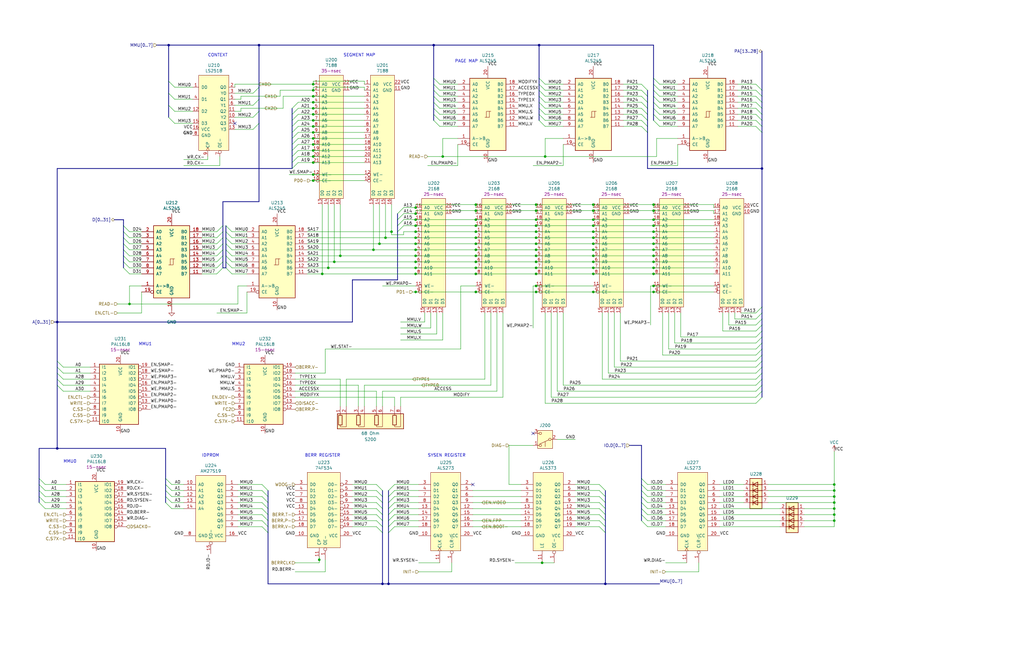
<source format=kicad_sch>
(kicad_sch (version 20231120) (generator "eeschema") (generator_version "8.0")
  (paper "USLedger")
  (title_block (title "MMU, Diag register") (date "2025-03-07") (rev "1"))
  (junction (at 132.08 60.96))
  (junction (at 200.66 100.33))
  (junction (at 250.19 123.19))
  (junction (at 226.06 92.71))
  (junction (at 162.56 100.33))
  (junction (at 200.66 107.95))
  (junction (at 157.48 105.41))
  (junction (at 175.26 92.71))
  (junction (at 132.08 45.72))
  (junction (at 132.08 73.66))
  (junction (at 175.26 97.79))
  (junction (at 132.08 50.8))
  (junction (at 132.08 35.56))
  (junction (at 227.33 19.05))
  (junction (at 250.19 92.71))
  (junction (at 24.13 189.23))
  (junction (at 275.59 123.19))
  (junction (at 321.31 71.12))
  (junction (at 132.08 76.2))
  (junction (at 186.69 66.04))
  (junction (at 200.66 86.36))
  (junction (at 140.97 110.49))
  (junction (at 226.06 115.57))
  (junction (at 175.26 115.57))
  (junction (at 250.19 113.03))
  (junction (at 200.66 97.79))
  (junction (at 250.19 110.49))
  (junction (at 143.51 107.95))
  (junction (at 275.59 120.65))
  (junction (at 175.26 105.41))
  (junction (at 226.06 105.41))
  (junction (at 200.66 92.71))
  (junction (at 175.26 87.63))
  (junction (at 200.66 115.57))
  (junction (at 250.19 102.87))
  (junction (at 175.26 123.19))
  (junction (at 54.61 128.27))
  (junction (at 200.66 88.9))
  (junction (at 351.79 212.09))
  (junction (at 275.59 115.57))
  (junction (at 175.26 107.95))
  (junction (at 160.02 102.87))
  (junction (at 132.08 68.58))
  (junction (at 275.59 107.95))
  (junction (at 351.79 207.01))
  (junction (at 351.79 219.71))
  (junction (at 135.89 115.57))
  (junction (at 200.66 110.49))
  (junction (at 132.08 43.18))
  (junction (at 226.06 95.25))
  (junction (at 226.06 113.03))
  (junction (at 229.87 66.04))
  (junction (at 250.19 97.79))
  (junction (at 24.13 135.89))
  (junction (at 351.79 204.47))
  (junction (at 275.59 86.36))
  (junction (at 226.06 123.19))
  (junction (at 275.59 113.03))
  (junction (at 175.26 102.87))
  (junction (at 226.06 100.33))
  (junction (at 351.79 214.63))
  (junction (at 250.19 105.41))
  (junction (at 250.19 107.95))
  (junction (at 163.83 246.38))
  (junction (at 175.26 110.49))
  (junction (at 132.08 53.34))
  (junction (at 226.06 107.95))
  (junction (at 226.06 102.87))
  (junction (at 250.19 100.33))
  (junction (at 250.19 88.9))
  (junction (at 250.19 86.36))
  (junction (at 109.22 19.05))
  (junction (at 138.43 113.03))
  (junction (at 275.59 100.33))
  (junction (at 275.59 97.79))
  (junction (at 226.06 86.36))
  (junction (at 132.08 48.26))
  (junction (at 275.59 92.71))
  (junction (at 200.66 113.03))
  (junction (at 226.06 97.79))
  (junction (at 132.08 63.5))
  (junction (at 200.66 105.41))
  (junction (at 175.26 90.17))
  (junction (at 134.62 236.22))
  (junction (at 250.19 115.57))
  (junction (at 275.59 95.25))
  (junction (at 226.06 88.9))
  (junction (at 132.08 38.1))
  (junction (at 132.08 40.64))
  (junction (at 226.06 110.49))
  (junction (at 175.26 100.33))
  (junction (at 132.08 55.88))
  (junction (at 226.06 120.65))
  (junction (at 255.27 246.38))
  (junction (at 275.59 110.49))
  (junction (at 275.59 105.41))
  (junction (at 275.59 102.87))
  (junction (at 175.26 95.25))
  (junction (at 132.08 66.04))
  (junction (at 351.79 217.17))
  (junction (at 200.66 102.87))
  (junction (at 182.88 19.05))
  (junction (at 351.79 209.55))
  (junction (at 228.6 237.49))
  (junction (at 132.08 58.42))
  (junction (at 161.29 246.38))
  (junction (at 275.59 88.9))
  (junction (at 250.19 95.25))
  (junction (at 165.1 97.79))
  (junction (at 200.66 95.25))
  (junction (at 200.66 123.19))
  (junction (at 71.12 19.05))
  (junction (at 175.26 113.03))
  (no_connect (at 224.79 182.88))
  (no_connect (at 99.06 52.07))
  (no_connect (at 199.39 204.47))
  (bus_entry (at 318.77 170.18) (size 2.54 -2.54))
  (bus_entry (at 275.59 38.1) (size 2.54 2.54))
  (bus_entry (at 318.77 45.72) (size 2.54 2.54))
  (bus_entry (at 91.44 107.95) (size 2.54 -2.54))
  (bus_entry (at 106.68 49.53) (size 2.54 -2.54))
  (bus_entry (at 123.19 63.5) (size 2.54 -2.54))
  (bus_entry (at 24.13 152.4) (size 2.54 2.54))
  (bus_entry (at 167.64 90.17) (size 2.54 -2.54))
  (bus_entry (at 123.19 60.96) (size 2.54 -2.54))
  (bus_entry (at 91.44 97.79) (size 2.54 -2.54))
  (bus_entry (at 123.19 71.12) (size 2.54 -2.54))
  (bus_entry (at 110.49 207.01) (size 2.54 2.54))
  (bus_entry (at 270.51 45.72) (size 2.54 2.54))
  (bus_entry (at 270.51 204.47) (size 2.54 2.54))
  (bus_entry (at 318.77 53.34) (size 2.54 2.54))
  (bus_entry (at 123.19 50.8) (size 2.54 -2.54))
  (bus_entry (at 252.73 204.47) (size 2.54 2.54))
  (bus_entry (at 227.33 38.1) (size 2.54 2.54))
  (bus_entry (at 227.33 48.26) (size 2.54 2.54))
  (bus_entry (at 163.83 219.71) (size 2.54 -2.54))
  (bus_entry (at 275.59 48.26) (size 2.54 2.54))
  (bus_entry (at 270.51 207.01) (size 2.54 2.54))
  (bus_entry (at 95.25 113.03) (size 2.54 2.54))
  (bus_entry (at 227.33 45.72) (size 2.54 2.54))
  (bus_entry (at 318.77 144.78) (size 2.54 -2.54))
  (bus_entry (at 318.77 132.08) (size 2.54 -2.54))
  (bus_entry (at 318.77 38.1) (size 2.54 2.54))
  (bus_entry (at 71.12 34.29) (size 2.54 2.54))
  (bus_entry (at 95.25 95.25) (size 2.54 2.54))
  (bus_entry (at 123.19 55.88) (size 2.54 -2.54))
  (bus_entry (at 182.88 43.18) (size 2.54 2.54))
  (bus_entry (at 270.51 212.09) (size 2.54 2.54))
  (bus_entry (at 182.88 35.56) (size 2.54 2.54))
  (bus_entry (at 91.44 110.49) (size 2.54 -2.54))
  (bus_entry (at 95.25 102.87) (size 2.54 2.54))
  (bus_entry (at 270.51 214.63) (size 2.54 2.54))
  (bus_entry (at 318.77 43.18) (size 2.54 2.54))
  (bus_entry (at 318.77 134.62) (size 2.54 -2.54))
  (bus_entry (at 318.77 48.26) (size 2.54 2.54))
  (bus_entry (at 318.77 139.7) (size 2.54 -2.54))
  (bus_entry (at 16.51 207.01) (size 2.54 2.54))
  (bus_entry (at 252.73 207.01) (size 2.54 2.54))
  (bus_entry (at 270.51 201.93) (size 2.54 2.54))
  (bus_entry (at 270.51 38.1) (size 2.54 2.54))
  (bus_entry (at 270.51 40.64) (size 2.54 2.54))
  (bus_entry (at 163.83 214.63) (size 2.54 -2.54))
  (bus_entry (at 110.49 204.47) (size 2.54 2.54))
  (bus_entry (at 91.44 100.33) (size 2.54 -2.54))
  (bus_entry (at 318.77 165.1) (size 2.54 -2.54))
  (bus_entry (at 227.33 43.18) (size 2.54 2.54))
  (bus_entry (at 52.07 100.33) (size 2.54 2.54))
  (bus_entry (at 24.13 154.94) (size 2.54 2.54))
  (bus_entry (at 227.33 40.64) (size 2.54 2.54))
  (bus_entry (at 106.68 54.61) (size 2.54 -2.54))
  (bus_entry (at 106.68 39.37) (size 2.54 -2.54))
  (bus_entry (at 158.75 207.01) (size 2.54 2.54))
  (bus_entry (at 16.51 201.93) (size 2.54 2.54))
  (bus_entry (at 275.59 50.8) (size 2.54 2.54))
  (bus_entry (at 16.51 209.55) (size 2.54 2.54))
  (bus_entry (at 252.73 217.17) (size 2.54 2.54))
  (bus_entry (at 123.19 48.26) (size 2.54 -2.54))
  (bus_entry (at 106.68 44.45) (size 2.54 -2.54))
  (bus_entry (at 158.75 212.09) (size 2.54 2.54))
  (bus_entry (at 110.49 219.71) (size 2.54 2.54))
  (bus_entry (at 318.77 152.4) (size 2.54 -2.54))
  (bus_entry (at 318.77 167.64) (size 2.54 -2.54))
  (bus_entry (at 158.75 209.55) (size 2.54 2.54))
  (bus_entry (at 91.44 102.87) (size 2.54 -2.54))
  (bus_entry (at 16.51 204.47) (size 2.54 2.54))
  (bus_entry (at 123.19 45.72) (size 2.54 -2.54))
  (bus_entry (at 69.85 209.55) (size 2.54 2.54))
  (bus_entry (at 71.12 44.45) (size 2.54 2.54))
  (bus_entry (at 110.49 212.09) (size 2.54 2.54))
  (bus_entry (at 52.07 102.87) (size 2.54 2.54))
  (bus_entry (at 16.51 212.09) (size 2.54 2.54))
  (bus_entry (at 24.13 160.02) (size 2.54 2.54))
  (bus_entry (at 252.73 222.25) (size 2.54 2.54))
  (bus_entry (at 167.64 95.25) (size 2.54 -2.54))
  (bus_entry (at 182.88 38.1) (size 2.54 2.54))
  (bus_entry (at 163.83 222.25) (size 2.54 -2.54))
  (bus_entry (at 275.59 40.64) (size 2.54 2.54))
  (bus_entry (at 52.07 110.49) (size 2.54 2.54))
  (bus_entry (at 158.75 217.17) (size 2.54 2.54))
  (bus_entry (at 167.64 97.79) (size 2.54 -2.54))
  (bus_entry (at 227.33 50.8) (size 2.54 2.54))
  (bus_entry (at 270.51 217.17) (size 2.54 2.54))
  (bus_entry (at 95.25 110.49) (size 2.54 2.54))
  (bus_entry (at 69.85 201.93) (size 2.54 2.54))
  (bus_entry (at 69.85 204.47) (size 2.54 2.54))
  (bus_entry (at 163.83 217.17) (size 2.54 -2.54))
  (bus_entry (at 110.49 214.63) (size 2.54 2.54))
  (bus_entry (at 110.49 222.25) (size 2.54 2.54))
  (bus_entry (at 52.07 95.25) (size 2.54 2.54))
  (bus_entry (at 227.33 33.02) (size 2.54 2.54))
  (bus_entry (at 270.51 53.34) (size 2.54 2.54))
  (bus_entry (at 24.13 162.56) (size 2.54 2.54))
  (bus_entry (at 270.51 209.55) (size 2.54 2.54))
  (bus_entry (at 270.51 48.26) (size 2.54 2.54))
  (bus_entry (at 71.12 49.53) (size 2.54 2.54))
  (bus_entry (at 69.85 207.01) (size 2.54 2.54))
  (bus_entry (at 252.73 219.71) (size 2.54 2.54))
  (bus_entry (at 318.77 142.24) (size 2.54 -2.54))
  (bus_entry (at 52.07 105.41) (size 2.54 2.54))
  (bus_entry (at 318.77 35.56) (size 2.54 2.54))
  (bus_entry (at 158.75 222.25) (size 2.54 2.54))
  (bus_entry (at 158.75 214.63) (size 2.54 2.54))
  (bus_entry (at 182.88 33.02) (size 2.54 2.54))
  (bus_entry (at 275.59 43.18) (size 2.54 2.54))
  (bus_entry (at 95.25 97.79) (size 2.54 2.54))
  (bus_entry (at 52.07 113.03) (size 2.54 2.54))
  (bus_entry (at 182.88 45.72) (size 2.54 2.54))
  (bus_entry (at 270.51 50.8) (size 2.54 2.54))
  (bus_entry (at 318.77 50.8) (size 2.54 2.54))
  (bus_entry (at 252.73 214.63) (size 2.54 2.54))
  (bus_entry (at 69.85 212.09) (size 2.54 2.54))
  (bus_entry (at 318.77 147.32) (size 2.54 -2.54))
  (bus_entry (at 163.83 209.55) (size 2.54 -2.54))
  (bus_entry (at 110.49 217.17) (size 2.54 2.54))
  (bus_entry (at 275.59 35.56) (size 2.54 2.54))
  (bus_entry (at 163.83 207.01) (size 2.54 -2.54))
  (bus_entry (at 182.88 50.8) (size 2.54 2.54))
  (bus_entry (at 252.73 209.55) (size 2.54 2.54))
  (bus_entry (at 123.19 66.04) (size 2.54 -2.54))
  (bus_entry (at 318.77 160.02) (size 2.54 -2.54))
  (bus_entry (at 275.59 45.72) (size 2.54 2.54))
  (bus_entry (at 182.88 40.64) (size 2.54 2.54))
  (bus_entry (at 167.64 92.71) (size 2.54 -2.54))
  (bus_entry (at 227.33 35.56) (size 2.54 2.54))
  (bus_entry (at 91.44 115.57) (size 2.54 -2.54))
  (bus_entry (at 91.44 113.03) (size 2.54 -2.54))
  (bus_entry (at 158.75 219.71) (size 2.54 2.54))
  (bus_entry (at 163.83 224.79) (size 2.54 -2.54))
  (bus_entry (at 318.77 157.48) (size 2.54 -2.54))
  (bus_entry (at 270.51 35.56) (size 2.54 2.54))
  (bus_entry (at 71.12 39.37) (size 2.54 2.54))
  (bus_entry (at 318.77 162.56) (size 2.54 -2.54))
  (bus_entry (at 270.51 219.71) (size 2.54 2.54))
  (bus_entry (at 52.07 107.95) (size 2.54 2.54))
  (bus_entry (at 318.77 154.94) (size 2.54 -2.54))
  (bus_entry (at 318.77 40.64) (size 2.54 2.54))
  (bus_entry (at 110.49 209.55) (size 2.54 2.54))
  (bus_entry (at 123.19 53.34) (size 2.54 -2.54))
  (bus_entry (at 270.51 43.18) (size 2.54 2.54))
  (bus_entry (at 252.73 212.09) (size 2.54 2.54))
  (bus_entry (at 91.44 105.41) (size 2.54 -2.54))
  (bus_entry (at 123.19 68.58) (size 2.54 -2.54))
  (bus_entry (at 275.59 33.02) (size 2.54 2.54))
  (bus_entry (at 318.77 149.86) (size 2.54 -2.54))
  (bus_entry (at 24.13 157.48) (size 2.54 2.54))
  (bus_entry (at 95.25 100.33) (size 2.54 2.54))
  (bus_entry (at 318.77 137.16) (size 2.54 -2.54))
  (bus_entry (at 52.07 97.79) (size 2.54 2.54))
  (bus_entry (at 158.75 204.47) (size 2.54 2.54))
  (bus_entry (at 163.83 212.09) (size 2.54 -2.54))
  (bus_entry (at 95.25 107.95) (size 2.54 2.54))
  (bus_entry (at 182.88 48.26) (size 2.54 2.54))
  (bus_entry (at 95.25 105.41) (size 2.54 2.54))
  (bus_entry (at 123.19 58.42) (size 2.54 -2.54))
  (wire (pts (xy 278.13 48.26) (xy 285.75 48.26)))
  (bus (pts (xy 275.59 48.26) (xy 275.59 50.8)))
  (wire (pts (xy 303.53 217.17) (xy 328.93 217.17)))
  (wire (pts (xy 226.06 113.03) (xy 250.19 113.03)))
  (wire (pts (xy 97.79 110.49) (xy 104.14 110.49)))
  (bus (pts (xy 161.29 214.63) (xy 161.29 217.17)))
  (wire (pts (xy 278.13 53.34) (xy 285.75 53.34)))
  (wire (pts (xy 226.06 86.36) (xy 226.06 87.63)))
  (bus (pts (xy 93.98 107.95) (xy 93.98 110.49)))
  (wire (pts (xy 132.08 58.42) (xy 153.67 58.42)))
  (bus (pts (xy 66.04 19.05) (xy 71.12 19.05)))
  (wire (pts (xy 185.42 50.8) (xy 193.04 50.8)))
  (wire (pts (xy 132.08 38.1) (xy 132.08 36.83)))
  (bus (pts (xy 16.51 209.55) (xy 16.51 212.09)))
  (wire (pts (xy 318.77 149.86) (xy 279.4 149.86)))
  (wire (pts (xy 132.08 55.88) (xy 153.67 55.88)))
  (wire (pts (xy 300.99 88.9) (xy 300.99 90.17)))
  (wire (pts (xy 200.66 105.41) (xy 226.06 105.41)))
  (wire (pts (xy 124.46 165.1) (xy 158.75 165.1)))
  (wire (pts (xy 318.77 142.24) (xy 287.02 142.24)))
  (bus (pts (xy 95.25 97.79) (xy 95.25 100.33)))
  (wire (pts (xy 229.87 43.18) (xy 237.49 43.18)))
  (bus (pts (xy 270.51 212.09) (xy 270.51 214.63)))
  (wire (pts (xy 110.49 209.55) (xy 100.33 209.55)))
  (bus (pts (xy 273.05 43.18) (xy 273.05 45.72)))
  (wire (pts (xy 351.79 222.25) (xy 351.79 219.71)))
  (bus (pts (xy 148.59 135.89) (xy 24.13 135.89)))
  (bus (pts (xy 182.88 19.05) (xy 227.33 19.05)))
  (wire (pts (xy 262.89 38.1) (xy 270.51 38.1)))
  (wire (pts (xy 157.48 86.36) (xy 157.48 105.41)))
  (wire (pts (xy 250.19 105.41) (xy 275.59 105.41)))
  (wire (pts (xy 285.75 69.85) (xy 274.32 69.85)))
  (bus (pts (xy 255.27 214.63) (xy 255.27 217.17)))
  (wire (pts (xy 311.15 53.34) (xy 318.77 53.34)))
  (wire (pts (xy 134.62 237.49) (xy 124.46 237.49)))
  (wire (pts (xy 104.14 123.19) (xy 104.14 132.08)))
  (bus (pts (xy 24.13 71.12) (xy 24.13 135.89)))
  (wire (pts (xy 200.66 115.57) (xy 226.06 115.57)))
  (wire (pts (xy 214.63 204.47) (xy 219.71 204.47)))
  (bus (pts (xy 69.85 207.01) (xy 69.85 209.55)))
  (wire (pts (xy 252.73 204.47) (xy 242.57 204.47)))
  (wire (pts (xy 275.59 100.33) (xy 300.99 100.33)))
  (bus (pts (xy 113.03 222.25) (xy 113.03 224.79)))
  (wire (pts (xy 226.06 88.9) (xy 226.06 90.17)))
  (wire (pts (xy 284.48 144.78) (xy 284.48 132.08)))
  (wire (pts (xy 311.15 35.56) (xy 318.77 35.56)))
  (wire (pts (xy 204.47 160.02) (xy 204.47 132.08)))
  (wire (pts (xy 226.06 105.41) (xy 250.19 105.41)))
  (wire (pts (xy 26.67 165.1) (xy 38.1 165.1)))
  (wire (pts (xy 130.81 76.2) (xy 132.08 76.2)))
  (bus (pts (xy 321.31 71.12) (xy 321.31 129.54)))
  (wire (pts (xy 168.91 171.45) (xy 168.91 167.64)))
  (wire (pts (xy 275.59 120.65) (xy 300.99 120.65)))
  (bus (pts (xy 321.31 40.64) (xy 321.31 43.18)))
  (wire (pts (xy 160.02 102.87) (xy 175.26 102.87)))
  (bus (pts (xy 255.27 217.17) (xy 255.27 219.71)))
  (wire (pts (xy 26.67 162.56) (xy 38.1 162.56)))
  (wire (pts (xy 226.06 92.71) (xy 250.19 92.71)))
  (wire (pts (xy 285.75 58.42) (xy 276.86 58.42)))
  (wire (pts (xy 99.06 49.53) (xy 106.68 49.53)))
  (bus (pts (xy 163.83 209.55) (xy 163.83 212.09)))
  (bus (pts (xy 270.51 187.96) (xy 265.43 187.96)))
  (wire (pts (xy 26.67 154.94) (xy 38.1 154.94)))
  (wire (pts (xy 289.56 237.49) (xy 280.67 237.49)))
  (wire (pts (xy 132.08 63.5) (xy 153.67 63.5)))
  (wire (pts (xy 137.16 157.48) (xy 137.16 147.32)))
  (wire (pts (xy 85.09 97.79) (xy 91.44 97.79)))
  (wire (pts (xy 261.62 152.4) (xy 261.62 132.08)))
  (bus (pts (xy 255.27 224.79) (xy 255.27 246.38)))
  (wire (pts (xy 226.06 95.25) (xy 250.19 95.25)))
  (wire (pts (xy 262.89 45.72) (xy 270.51 45.72)))
  (wire (pts (xy 209.55 165.1) (xy 209.55 132.08)))
  (bus (pts (xy 227.33 19.05) (xy 275.59 19.05)))
  (wire (pts (xy 143.51 86.36) (xy 143.51 107.95)))
  (wire (pts (xy 85.09 107.95) (xy 91.44 107.95)))
  (wire (pts (xy 100.33 120.65) (xy 100.33 128.27)))
  (bus (pts (xy 95.25 105.41) (xy 95.25 107.95)))
  (bus (pts (xy 270.51 207.01) (xy 270.51 209.55)))
  (bus (pts (xy 113.03 207.01) (xy 113.03 209.55)))
  (bus (pts (xy 163.83 246.38) (xy 255.27 246.38)))
  (wire (pts (xy 137.16 147.32) (xy 194.31 147.32)))
  (wire (pts (xy 318.77 170.18) (xy 229.87 170.18)))
  (wire (pts (xy 252.73 214.63) (xy 242.57 214.63)))
  (bus (pts (xy 109.22 46.99) (xy 109.22 52.07)))
  (bus (pts (xy 167.64 92.71) (xy 167.64 95.25)))
  (wire (pts (xy 250.19 102.87) (xy 275.59 102.87)))
  (wire (pts (xy 72.39 204.47) (xy 77.47 204.47)))
  (wire (pts (xy 99.06 46.99) (xy 101.6 46.99)))
  (wire (pts (xy 226.06 100.33) (xy 250.19 100.33)))
  (wire (pts (xy 161.29 171.45) (xy 161.29 165.1)))
  (wire (pts (xy 318.77 147.32) (xy 281.94 147.32)))
  (bus (pts (xy 123.19 48.26) (xy 123.19 50.8)))
  (wire (pts (xy 85.09 115.57) (xy 91.44 115.57)))
  (wire (pts (xy 199.39 219.71) (xy 219.71 219.71)))
  (bus (pts (xy 275.59 19.05) (xy 275.59 33.02)))
  (wire (pts (xy 229.87 170.18) (xy 229.87 132.08)))
  (wire (pts (xy 250.19 88.9) (xy 275.59 88.9)))
  (wire (pts (xy 311.15 50.8) (xy 318.77 50.8)))
  (bus (pts (xy 161.29 209.55) (xy 161.29 212.09)))
  (wire (pts (xy 125.73 66.04) (xy 132.08 66.04)))
  (wire (pts (xy 132.08 34.29) (xy 153.67 34.29)))
  (wire (pts (xy 125.73 45.72) (xy 132.08 45.72)))
  (wire (pts (xy 158.75 214.63) (xy 148.59 214.63)))
  (bus (pts (xy 270.51 209.55) (xy 270.51 212.09)))
  (wire (pts (xy 274.32 120.65) (xy 274.32 137.16)))
  (wire (pts (xy 166.37 222.25) (xy 176.53 222.25)))
  (wire (pts (xy 99.06 39.37) (xy 106.68 39.37)))
  (bus (pts (xy 52.07 105.41) (xy 52.07 107.95)))
  (wire (pts (xy 185.42 53.34) (xy 193.04 53.34)))
  (wire (pts (xy 158.75 204.47) (xy 148.59 204.47)))
  (wire (pts (xy 101.6 46.99) (xy 101.6 45.72)))
  (wire (pts (xy 73.66 36.83) (xy 81.28 36.83)))
  (bus (pts (xy 69.85 204.47) (xy 69.85 207.01)))
  (bus (pts (xy 93.98 100.33) (xy 93.98 102.87)))
  (wire (pts (xy 175.26 100.33) (xy 200.66 100.33)))
  (wire (pts (xy 101.6 41.91) (xy 101.6 40.64)))
  (wire (pts (xy 250.19 97.79) (xy 275.59 97.79)))
  (wire (pts (xy 275.59 95.25) (xy 300.99 95.25)))
  (bus (pts (xy 123.19 58.42) (xy 123.19 60.96)))
  (wire (pts (xy 146.05 160.02) (xy 204.47 160.02)))
  (wire (pts (xy 175.26 107.95) (xy 200.66 107.95)))
  (wire (pts (xy 229.87 45.72) (xy 237.49 45.72)))
  (wire (pts (xy 229.87 53.34) (xy 237.49 53.34)))
  (wire (pts (xy 19.05 204.47) (xy 27.94 204.47)))
  (wire (pts (xy 226.06 97.79) (xy 250.19 97.79)))
  (wire (pts (xy 242.57 217.17) (xy 252.73 217.17)))
  (wire (pts (xy 180.34 69.85) (xy 193.04 69.85)))
  (wire (pts (xy 229.87 58.42) (xy 237.49 58.42)))
  (wire (pts (xy 175.26 102.87) (xy 200.66 102.87)))
  (wire (pts (xy 184.15 132.08) (xy 184.15 140.97)))
  (bus (pts (xy 161.29 222.25) (xy 161.29 224.79)))
  (wire (pts (xy 186.69 143.51) (xy 168.91 143.51)))
  (wire (pts (xy 287.02 142.24) (xy 287.02 132.08)))
  (wire (pts (xy 110.49 219.71) (xy 100.33 219.71)))
  (bus (pts (xy 321.31 147.32) (xy 321.31 149.86)))
  (wire (pts (xy 153.67 36.83) (xy 153.67 38.1)))
  (wire (pts (xy 228.6 237.49) (xy 217.17 237.49)))
  (wire (pts (xy 252.73 209.55) (xy 242.57 209.55)))
  (wire (pts (xy 165.1 97.79) (xy 129.54 97.79)))
  (bus (pts (xy 123.19 55.88) (xy 123.19 58.42)))
  (bus (pts (xy 227.33 38.1) (xy 227.33 40.64)))
  (wire (pts (xy 262.89 40.64) (xy 270.51 40.64)))
  (wire (pts (xy 176.53 209.55) (xy 166.37 209.55)))
  (wire (pts (xy 148.59 212.09) (xy 158.75 212.09)))
  (bus (pts (xy 24.13 154.94) (xy 24.13 157.48)))
  (wire (pts (xy 234.95 185.42) (xy 242.57 185.42)))
  (wire (pts (xy 185.42 43.18) (xy 193.04 43.18)))
  (wire (pts (xy 135.89 86.36) (xy 135.89 115.57)))
  (wire (pts (xy 184.15 140.97) (xy 168.91 140.97)))
  (wire (pts (xy 185.42 237.49) (xy 176.53 237.49)))
  (wire (pts (xy 162.56 100.33) (xy 175.26 100.33)))
  (bus (pts (xy 321.31 144.78) (xy 321.31 147.32)))
  (wire (pts (xy 200.66 86.36) (xy 200.66 87.63)))
  (bus (pts (xy 161.29 207.01) (xy 161.29 209.55)))
  (bus (pts (xy 71.12 39.37) (xy 71.12 44.45)))
  (bus (pts (xy 273.05 38.1) (xy 273.05 40.64)))
  (wire (pts (xy 318.77 160.02) (xy 254 160.02)))
  (wire (pts (xy 186.69 132.08) (xy 186.69 143.51)))
  (wire (pts (xy 242.57 212.09) (xy 252.73 212.09)))
  (bus (pts (xy 255.27 246.38) (xy 278.13 246.38)))
  (wire (pts (xy 170.18 87.63) (xy 175.26 87.63)))
  (wire (pts (xy 170.18 99.06) (xy 170.18 97.79)))
  (wire (pts (xy 323.85 212.09) (xy 351.79 212.09)))
  (wire (pts (xy 200.66 92.71) (xy 226.06 92.71)))
  (wire (pts (xy 226.06 86.36) (xy 250.19 86.36)))
  (wire (pts (xy 54.61 107.95) (xy 59.69 107.95)))
  (bus (pts (xy 109.22 85.09) (xy 93.98 85.09)))
  (wire (pts (xy 158.75 219.71) (xy 148.59 219.71)))
  (wire (pts (xy 146.05 160.02) (xy 146.05 171.45)))
  (wire (pts (xy 160.02 102.87) (xy 129.54 102.87)))
  (wire (pts (xy 175.26 87.63) (xy 175.26 86.36)))
  (wire (pts (xy 285.75 60.96) (xy 285.75 69.85)))
  (wire (pts (xy 54.61 128.27) (xy 54.61 120.65)))
  (wire (pts (xy 54.61 110.49) (xy 59.69 110.49)))
  (wire (pts (xy 175.26 110.49) (xy 200.66 110.49)))
  (wire (pts (xy 175.26 97.79) (xy 200.66 97.79)))
  (wire (pts (xy 278.13 43.18) (xy 285.75 43.18)))
  (bus (pts (xy 109.22 19.05) (xy 182.88 19.05)))
  (wire (pts (xy 97.79 102.87) (xy 104.14 102.87)))
  (wire (pts (xy 132.08 40.64) (xy 153.67 40.64)))
  (wire (pts (xy 129.54 110.49) (xy 140.97 110.49)))
  (wire (pts (xy 92.71 66.04) (xy 92.71 69.85)))
  (wire (pts (xy 311.15 43.18) (xy 318.77 43.18)))
  (bus (pts (xy 93.98 95.25) (xy 93.98 97.79)))
  (wire (pts (xy 99.06 54.61) (xy 106.68 54.61)))
  (wire (pts (xy 275.59 115.57) (xy 300.99 115.57)))
  (wire (pts (xy 207.01 162.56) (xy 207.01 132.08)))
  (bus (pts (xy 69.85 189.23) (xy 69.85 201.93)))
  (wire (pts (xy 186.69 66.04) (xy 180.34 66.04)))
  (wire (pts (xy 226.06 120.65) (xy 224.79 120.65)))
  (bus (pts (xy 71.12 44.45) (xy 71.12 49.53)))
  (wire (pts (xy 275.59 86.36) (xy 300.99 86.36)))
  (bus (pts (xy 95.25 102.87) (xy 95.25 105.41)))
  (wire (pts (xy 200.66 95.25) (xy 226.06 95.25)))
  (bus (pts (xy 161.29 246.38) (xy 163.83 246.38)))
  (wire (pts (xy 190.5 237.49) (xy 190.5 241.3)))
  (wire (pts (xy 19.05 209.55) (xy 27.94 209.55)))
  (wire (pts (xy 199.39 212.09) (xy 219.71 212.09)))
  (bus (pts (xy 161.29 219.71) (xy 161.29 222.25)))
  (wire (pts (xy 161.29 120.65) (xy 175.26 120.65)))
  (wire (pts (xy 148.59 222.25) (xy 158.75 222.25)))
  (wire (pts (xy 176.53 219.71) (xy 166.37 219.71)))
  (wire (pts (xy 318.77 152.4) (xy 261.62 152.4)))
  (wire (pts (xy 54.61 128.27) (xy 49.53 128.27)))
  (bus (pts (xy 71.12 34.29) (xy 71.12 39.37)))
  (wire (pts (xy 85.09 113.03) (xy 91.44 113.03)))
  (wire (pts (xy 229.87 50.8) (xy 237.49 50.8)))
  (wire (pts (xy 54.61 113.03) (xy 59.69 113.03)))
  (wire (pts (xy 85.09 100.33) (xy 91.44 100.33)))
  (wire (pts (xy 226.06 102.87) (xy 250.19 102.87)))
  (wire (pts (xy 304.8 139.7) (xy 304.8 132.08)))
  (bus (pts (xy 167.64 97.79) (xy 167.64 118.11)))
  (bus (pts (xy 321.31 71.12) (xy 273.05 71.12)))
  (wire (pts (xy 351.79 217.17) (xy 351.79 214.63)))
  (bus (pts (xy 123.19 50.8) (xy 123.19 53.34)))
  (wire (pts (xy 273.05 217.17) (xy 280.67 217.17)))
  (wire (pts (xy 273.05 204.47) (xy 280.67 204.47)))
  (wire (pts (xy 233.68 237.49) (xy 228.6 237.49)))
  (wire (pts (xy 275.59 105.41) (xy 300.99 105.41)))
  (bus (pts (xy 69.85 201.93) (xy 69.85 204.47)))
  (wire (pts (xy 148.59 207.01) (xy 158.75 207.01)))
  (wire (pts (xy 318.77 144.78) (xy 284.48 144.78)))
  (bus (pts (xy 109.22 41.91) (xy 109.22 46.99)))
  (wire (pts (xy 124.46 157.48) (xy 137.16 157.48)))
  (wire (pts (xy 318.77 162.56) (xy 237.49 162.56)))
  (bus (pts (xy 95.25 100.33) (xy 95.25 102.87)))
  (wire (pts (xy 153.67 171.45) (xy 153.67 162.56)))
  (wire (pts (xy 303.53 207.01) (xy 313.69 207.01)))
  (wire (pts (xy 19.05 212.09) (xy 27.94 212.09)))
  (wire (pts (xy 140.97 86.36) (xy 140.97 110.49)))
  (wire (pts (xy 176.53 214.63) (xy 166.37 214.63)))
  (bus (pts (xy 167.64 95.25) (xy 167.64 97.79)))
  (wire (pts (xy 278.13 40.64) (xy 285.75 40.64)))
  (bus (pts (xy 93.98 97.79) (xy 93.98 100.33)))
  (wire (pts (xy 143.51 160.02) (xy 143.51 171.45)))
  (bus (pts (xy 321.31 38.1) (xy 321.31 40.64)))
  (bus (pts (xy 255.27 207.01) (xy 255.27 209.55)))
  (wire (pts (xy 125.73 43.18) (xy 132.08 43.18)))
  (wire (pts (xy 229.87 35.56) (xy 237.49 35.56)))
  (bus (pts (xy 123.19 53.34) (xy 123.19 55.88)))
  (wire (pts (xy 162.56 100.33) (xy 129.54 100.33)))
  (bus (pts (xy 52.07 110.49) (xy 52.07 113.03)))
  (bus (pts (xy 270.51 214.63) (xy 270.51 217.17)))
  (wire (pts (xy 212.09 167.64) (xy 212.09 132.08)))
  (wire (pts (xy 300.99 86.36) (xy 300.99 87.63)))
  (bus (pts (xy 321.31 50.8) (xy 321.31 53.34)))
  (wire (pts (xy 97.79 100.33) (xy 104.14 100.33)))
  (bus (pts (xy 16.51 204.47) (xy 16.51 207.01)))
  (wire (pts (xy 323.85 209.55) (xy 351.79 209.55)))
  (wire (pts (xy 194.31 120.65) (xy 200.66 120.65)))
  (wire (pts (xy 125.73 68.58) (xy 132.08 68.58)))
  (wire (pts (xy 175.26 115.57) (xy 200.66 115.57)))
  (wire (pts (xy 134.62 234.95) (xy 134.62 236.22)))
  (wire (pts (xy 179.07 132.08) (xy 179.07 135.89)))
  (bus (pts (xy 167.64 118.11) (xy 148.59 118.11)))
  (wire (pts (xy 339.09 217.17) (xy 351.79 217.17)))
  (bus (pts (xy 113.03 217.17) (xy 113.03 219.71)))
  (wire (pts (xy 100.33 207.01) (xy 110.49 207.01)))
  (wire (pts (xy 104.14 132.08) (xy 91.44 132.08)))
  (wire (pts (xy 276.86 66.04) (xy 229.87 66.04)))
  (wire (pts (xy 262.89 50.8) (xy 270.51 50.8)))
  (bus (pts (xy 321.31 48.26) (xy 321.31 50.8)))
  (bus (pts (xy 321.31 160.02) (xy 321.31 162.56)))
  (wire (pts (xy 275.59 110.49) (xy 300.99 110.49)))
  (bus (pts (xy 52.07 97.79) (xy 52.07 100.33)))
  (bus (pts (xy 93.98 85.09) (xy 93.98 95.25)))
  (wire (pts (xy 132.08 66.04) (xy 153.67 66.04)))
  (wire (pts (xy 262.89 48.26) (xy 270.51 48.26)))
  (bus (pts (xy 52.07 92.71) (xy 52.07 95.25)))
  (wire (pts (xy 134.62 236.22) (xy 134.62 237.49)))
  (wire (pts (xy 100.33 222.25) (xy 110.49 222.25)))
  (wire (pts (xy 273.05 214.63) (xy 280.67 214.63)))
  (wire (pts (xy 72.39 214.63) (xy 77.47 214.63)))
  (wire (pts (xy 124.46 167.64) (xy 166.37 167.64)))
  (wire (pts (xy 101.6 45.72) (xy 119.38 45.72)))
  (bus (pts (xy 321.31 53.34) (xy 321.31 55.88)))
  (wire (pts (xy 229.87 48.26) (xy 237.49 48.26)))
  (wire (pts (xy 250.19 92.71) (xy 275.59 92.71)))
  (wire (pts (xy 229.87 40.64) (xy 237.49 40.64)))
  (wire (pts (xy 200.66 123.19) (xy 226.06 123.19)))
  (bus (pts (xy 321.31 129.54) (xy 321.31 132.08)))
  (bus (pts (xy 123.19 68.58) (xy 123.19 71.12)))
  (wire (pts (xy 318.77 137.16) (xy 307.34 137.16)))
  (wire (pts (xy 275.59 88.9) (xy 300.99 88.9)))
  (wire (pts (xy 318.77 157.48) (xy 256.54 157.48)))
  (bus (pts (xy 24.13 157.48) (xy 24.13 160.02)))
  (bus (pts (xy 321.31 137.16) (xy 321.31 139.7)))
  (wire (pts (xy 158.75 165.1) (xy 158.75 171.45)))
  (bus (pts (xy 182.88 35.56) (xy 182.88 38.1)))
  (wire (pts (xy 200.66 102.87) (xy 226.06 102.87)))
  (wire (pts (xy 250.19 95.25) (xy 275.59 95.25)))
  (bus (pts (xy 227.33 48.26) (xy 227.33 50.8)))
  (wire (pts (xy 165.1 99.06) (xy 165.1 97.79)))
  (wire (pts (xy 151.13 162.56) (xy 151.13 171.45)))
  (wire (pts (xy 250.19 86.36) (xy 275.59 86.36)))
  (wire (pts (xy 229.87 66.04) (xy 229.87 58.42)))
  (bus (pts (xy 163.83 207.01) (xy 163.83 209.55)))
  (wire (pts (xy 179.07 135.89) (xy 168.91 135.89)))
  (wire (pts (xy 118.11 40.64) (xy 118.11 38.1)))
  (wire (pts (xy 124.46 162.56) (xy 151.13 162.56)))
  (wire (pts (xy 99.06 41.91) (xy 101.6 41.91)))
  (bus (pts (xy 227.33 45.72) (xy 227.33 48.26)))
  (wire (pts (xy 175.26 92.71) (xy 200.66 92.71)))
  (wire (pts (xy 259.08 154.94) (xy 259.08 132.08)))
  (wire (pts (xy 339.09 214.63) (xy 351.79 214.63)))
  (wire (pts (xy 273.05 207.01) (xy 280.67 207.01)))
  (bus (pts (xy 161.29 212.09) (xy 161.29 214.63)))
  (wire (pts (xy 318.77 165.1) (xy 234.95 165.1)))
  (wire (pts (xy 224.79 187.96) (xy 214.63 187.96)))
  (wire (pts (xy 73.66 46.99) (xy 81.28 46.99)))
  (wire (pts (xy 185.42 35.56) (xy 193.04 35.56)))
  (wire (pts (xy 54.61 102.87) (xy 59.69 102.87)))
  (bus (pts (xy 24.13 162.56) (xy 24.13 189.23)))
  (bus (pts (xy 24.13 135.89) (xy 22.86 135.89)))
  (wire (pts (xy 137.16 241.3) (xy 124.46 241.3)))
  (wire (pts (xy 303.53 219.71) (xy 328.93 219.71)))
  (wire (pts (xy 278.13 38.1) (xy 285.75 38.1)))
  (bus (pts (xy 275.59 45.72) (xy 275.59 48.26)))
  (bus (pts (xy 255.27 222.25) (xy 255.27 224.79)))
  (wire (pts (xy 132.08 45.72) (xy 153.67 45.72)))
  (bus (pts (xy 24.13 71.12) (xy 123.19 71.12)))
  (wire (pts (xy 129.54 113.03) (xy 138.43 113.03)))
  (wire (pts (xy 318.77 134.62) (xy 309.88 134.62)))
  (bus (pts (xy 24.13 189.23) (xy 16.51 189.23)))
  (bus (pts (xy 69.85 209.55) (xy 69.85 212.09)))
  (wire (pts (xy 323.85 207.01) (xy 351.79 207.01)))
  (wire (pts (xy 165.1 86.36) (xy 165.1 97.79)))
  (wire (pts (xy 54.61 115.57) (xy 59.69 115.57)))
  (wire (pts (xy 250.19 115.57) (xy 275.59 115.57)))
  (bus (pts (xy 16.51 189.23) (xy 16.51 201.93)))
  (bus (pts (xy 273.05 53.34) (xy 273.05 55.88)))
  (wire (pts (xy 125.73 55.88) (xy 132.08 55.88)))
  (wire (pts (xy 132.08 50.8) (xy 153.67 50.8)))
  (wire (pts (xy 200.66 107.95) (xy 226.06 107.95)))
  (bus (pts (xy 123.19 45.72) (xy 123.19 48.26)))
  (bus (pts (xy 255.27 209.55) (xy 255.27 212.09)))
  (wire (pts (xy 92.71 69.85) (xy 77.47 69.85)))
  (wire (pts (xy 242.57 207.01) (xy 252.73 207.01)))
  (bus (pts (xy 321.31 21.59) (xy 321.31 38.1)))
  (bus (pts (xy 182.88 45.72) (xy 182.88 48.26)))
  (bus (pts (xy 163.83 214.63) (xy 163.83 217.17)))
  (wire (pts (xy 232.41 167.64) (xy 232.41 132.08)))
  (wire (pts (xy 311.15 48.26) (xy 318.77 48.26)))
  (wire (pts (xy 200.66 88.9) (xy 200.66 90.17)))
  (wire (pts (xy 200.66 100.33) (xy 226.06 100.33)))
  (wire (pts (xy 153.67 34.29) (xy 153.67 35.56)))
  (bus (pts (xy 275.59 43.18) (xy 275.59 45.72)))
  (bus (pts (xy 95.25 107.95) (xy 95.25 110.49)))
  (wire (pts (xy 200.66 97.79) (xy 226.06 97.79)))
  (wire (pts (xy 226.06 107.95) (xy 250.19 107.95)))
  (wire (pts (xy 125.73 48.26) (xy 132.08 48.26)))
  (wire (pts (xy 226.06 110.49) (xy 250.19 110.49)))
  (bus (pts (xy 24.13 160.02) (xy 24.13 162.56)))
  (bus (pts (xy 93.98 105.41) (xy 93.98 107.95)))
  (wire (pts (xy 278.13 45.72) (xy 285.75 45.72)))
  (wire (pts (xy 276.86 58.42) (xy 276.86 66.04)))
  (wire (pts (xy 294.64 241.3) (xy 280.67 241.3)))
  (wire (pts (xy 181.61 138.43) (xy 168.91 138.43)))
  (wire (pts (xy 132.08 68.58) (xy 153.67 68.58)))
  (bus (pts (xy 227.33 35.56) (xy 227.33 38.1)))
  (wire (pts (xy 49.53 132.08) (xy 59.69 132.08)))
  (bus (pts (xy 182.88 19.05) (xy 182.88 33.02)))
  (bus (pts (xy 52.07 102.87) (xy 52.07 105.41)))
  (bus (pts (xy 321.31 149.86) (xy 321.31 152.4)))
  (bus (pts (xy 275.59 38.1) (xy 275.59 40.64)))
  (bus (pts (xy 93.98 102.87) (xy 93.98 105.41)))
  (bus (pts (xy 24.13 152.4) (xy 24.13 154.94)))
  (wire (pts (xy 262.89 53.34) (xy 270.51 53.34)))
  (wire (pts (xy 166.37 207.01) (xy 176.53 207.01)))
  (wire (pts (xy 19.05 214.63) (xy 27.94 214.63)))
  (wire (pts (xy 132.08 73.66) (xy 153.67 73.66)))
  (wire (pts (xy 250.19 86.36) (xy 250.19 87.63)))
  (wire (pts (xy 199.39 214.63) (xy 219.71 214.63)))
  (wire (pts (xy 175.26 90.17) (xy 175.26 88.9)))
  (wire (pts (xy 275.59 113.03) (xy 300.99 113.03)))
  (bus (pts (xy 161.29 224.79) (xy 161.29 246.38)))
  (wire (pts (xy 129.54 107.95) (xy 143.51 107.95)))
  (bus (pts (xy 255.27 212.09) (xy 255.27 214.63)))
  (wire (pts (xy 119.38 40.64) (xy 132.08 40.64)))
  (wire (pts (xy 138.43 113.03) (xy 175.26 113.03)))
  (wire (pts (xy 148.59 217.17) (xy 158.75 217.17)))
  (bus (pts (xy 275.59 33.02) (xy 275.59 35.56)))
  (wire (pts (xy 125.73 63.5) (xy 132.08 63.5)))
  (bus (pts (xy 163.83 222.25) (xy 163.83 224.79)))
  (bus (pts (xy 270.51 204.47) (xy 270.51 207.01)))
  (wire (pts (xy 351.79 204.47) (xy 351.79 190.5)))
  (wire (pts (xy 262.89 43.18) (xy 270.51 43.18)))
  (wire (pts (xy 185.42 45.72) (xy 193.04 45.72)))
  (wire (pts (xy 275.59 97.79) (xy 300.99 97.79)))
  (wire (pts (xy 226.06 120.65) (xy 250.19 120.65)))
  (wire (pts (xy 87.63 66.04) (xy 87.63 67.31)))
  (wire (pts (xy 318.77 154.94) (xy 259.08 154.94)))
  (wire (pts (xy 351.79 219.71) (xy 351.79 217.17)))
  (wire (pts (xy 234.95 165.1) (xy 234.95 132.08)))
  (wire (pts (xy 273.05 209.55) (xy 280.67 209.55)))
  (wire (pts (xy 54.61 120.65) (xy 59.69 120.65)))
  (wire (pts (xy 307.34 137.16) (xy 307.34 132.08)))
  (wire (pts (xy 185.42 48.26) (xy 193.04 48.26)))
  (bus (pts (xy 71.12 19.05) (xy 109.22 19.05)))
  (wire (pts (xy 275.59 88.9) (xy 275.59 90.17)))
  (wire (pts (xy 72.39 212.09) (xy 77.47 212.09)))
  (wire (pts (xy 351.79 209.55) (xy 351.79 207.01)))
  (wire (pts (xy 275.59 86.36) (xy 275.59 87.63)))
  (wire (pts (xy 170.18 92.71) (xy 175.26 92.71)))
  (wire (pts (xy 339.09 222.25) (xy 351.79 222.25)))
  (bus (pts (xy 227.33 43.18) (xy 227.33 45.72)))
  (wire (pts (xy 200.66 86.36) (xy 226.06 86.36)))
  (wire (pts (xy 175.26 88.9) (xy 200.66 88.9)))
  (wire (pts (xy 100.33 212.09) (xy 110.49 212.09)))
  (bus (pts (xy 321.31 43.18) (xy 321.31 45.72)))
  (bus (pts (xy 163.83 219.71) (xy 163.83 222.25)))
  (wire (pts (xy 250.19 123.19) (xy 275.59 123.19)))
  (bus (pts (xy 123.19 60.96) (xy 123.19 63.5)))
  (bus (pts (xy 148.59 118.11) (xy 148.59 135.89)))
  (wire (pts (xy 26.67 157.48) (xy 38.1 157.48)))
  (wire (pts (xy 275.59 92.71) (xy 300.99 92.71)))
  (wire (pts (xy 351.79 212.09) (xy 351.79 209.55)))
  (wire (pts (xy 351.79 207.01) (xy 351.79 204.47)))
  (wire (pts (xy 132.08 60.96) (xy 153.67 60.96)))
  (wire (pts (xy 193.04 60.96) (xy 193.04 69.85)))
  (wire (pts (xy 237.49 162.56) (xy 237.49 132.08)))
  (wire (pts (xy 137.16 236.22) (xy 137.16 241.3)))
  (bus (pts (xy 273.05 48.26) (xy 273.05 50.8)))
  (bus (pts (xy 275.59 40.64) (xy 275.59 43.18)))
  (wire (pts (xy 157.48 105.41) (xy 175.26 105.41)))
  (wire (pts (xy 200.66 110.49) (xy 226.06 110.49)))
  (wire (pts (xy 256.54 157.48) (xy 256.54 132.08)))
  (wire (pts (xy 19.05 207.01) (xy 27.94 207.01)))
  (wire (pts (xy 59.69 132.08) (xy 59.69 123.19)))
  (wire (pts (xy 252.73 219.71) (xy 242.57 219.71)))
  (wire (pts (xy 173.99 123.19) (xy 175.26 123.19)))
  (wire (pts (xy 237.49 69.85) (xy 224.79 69.85)))
  (wire (pts (xy 303.53 204.47) (xy 313.69 204.47)))
  (bus (pts (xy 321.31 142.24) (xy 321.31 144.78)))
  (bus (pts (xy 123.19 63.5) (xy 123.19 66.04)))
  (wire (pts (xy 250.19 100.33) (xy 275.59 100.33)))
  (bus (pts (xy 182.88 38.1) (xy 182.88 40.64)))
  (wire (pts (xy 186.69 66.04) (xy 186.69 58.42)))
  (wire (pts (xy 224.79 120.65) (xy 224.79 138.43)))
  (wire (pts (xy 135.89 115.57) (xy 175.26 115.57)))
  (bus (pts (xy 321.31 139.7) (xy 321.31 142.24)))
  (bus (pts (xy 273.05 45.72) (xy 273.05 48.26)))
  (wire (pts (xy 250.19 107.95) (xy 275.59 107.95)))
  (wire (pts (xy 303.53 209.55) (xy 313.69 209.55)))
  (bus (pts (xy 182.88 40.64) (xy 182.88 43.18)))
  (wire (pts (xy 161.29 165.1) (xy 209.55 165.1)))
  (wire (pts (xy 339.09 219.71) (xy 351.79 219.71)))
  (wire (pts (xy 237.49 60.96) (xy 237.49 69.85)))
  (wire (pts (xy 199.39 209.55) (xy 219.71 209.55)))
  (wire (pts (xy 254 160.02) (xy 254 132.08)))
  (wire (pts (xy 190.5 241.3) (xy 176.53 241.3)))
  (bus (pts (xy 163.83 217.17) (xy 163.83 219.71)))
  (bus (pts (xy 182.88 43.18) (xy 182.88 45.72)))
  (wire (pts (xy 125.73 60.96) (xy 132.08 60.96)))
  (wire (pts (xy 87.63 67.31) (xy 77.47 67.31)))
  (wire (pts (xy 250.19 110.49) (xy 275.59 110.49)))
  (wire (pts (xy 153.67 162.56) (xy 207.01 162.56)))
  (bus (pts (xy 270.51 217.17) (xy 270.51 219.71)))
  (wire (pts (xy 166.37 217.17) (xy 176.53 217.17)))
  (wire (pts (xy 262.89 35.56) (xy 270.51 35.56)))
  (wire (pts (xy 229.87 66.04) (xy 186.69 66.04)))
  (wire (pts (xy 250.19 113.03) (xy 275.59 113.03)))
  (bus (pts (xy 321.31 165.1) (xy 321.31 167.64)))
  (wire (pts (xy 100.33 128.27) (xy 54.61 128.27)))
  (wire (pts (xy 166.37 167.64) (xy 166.37 171.45)))
  (bus (pts (xy 273.05 50.8) (xy 273.05 53.34)))
  (bus (pts (xy 95.25 110.49) (xy 95.25 113.03)))
  (bus (pts (xy 161.29 217.17) (xy 161.29 219.71)))
  (wire (pts (xy 165.1 99.06) (xy 170.18 99.06)))
  (bus (pts (xy 321.31 132.08) (xy 321.31 134.62)))
  (wire (pts (xy 214.63 187.96) (xy 214.63 204.47)))
  (wire (pts (xy 309.88 134.62) (xy 309.88 132.08)))
  (wire (pts (xy 99.06 35.56) (xy 99.06 36.83)))
  (wire (pts (xy 226.06 123.19) (xy 250.19 123.19)))
  (wire (pts (xy 101.6 40.64) (xy 118.11 40.64)))
  (wire (pts (xy 170.18 95.25) (xy 175.26 95.25)))
  (wire (pts (xy 242.57 222.25) (xy 252.73 222.25)))
  (bus (pts (xy 163.83 212.09) (xy 163.83 214.63)))
  (wire (pts (xy 181.61 132.08) (xy 181.61 138.43)))
  (wire (pts (xy 186.69 58.42) (xy 193.04 58.42)))
  (wire (pts (xy 132.08 36.83) (xy 153.67 36.83)))
  (wire (pts (xy 85.09 105.41) (xy 91.44 105.41)))
  (wire (pts (xy 318.77 139.7) (xy 304.8 139.7)))
  (wire (pts (xy 85.09 102.87) (xy 91.44 102.87)))
  (bus (pts (xy 52.07 95.25) (xy 52.07 97.79)))
  (bus (pts (xy 113.03 214.63) (xy 113.03 217.17)))
  (wire (pts (xy 273.05 212.09) (xy 280.67 212.09)))
  (wire (pts (xy 185.42 38.1) (xy 193.04 38.1)))
  (bus (pts (xy 321.31 154.94) (xy 321.31 157.48)))
  (bus (pts (xy 113.03 246.38) (xy 161.29 246.38)))
  (wire (pts (xy 132.08 48.26) (xy 153.67 48.26)))
  (wire (pts (xy 97.79 97.79) (xy 104.14 97.79)))
  (bus (pts (xy 95.25 95.25) (xy 95.25 97.79)))
  (bus (pts (xy 167.64 90.17) (xy 167.64 92.71)))
  (wire (pts (xy 132.08 53.34) (xy 153.67 53.34)))
  (wire (pts (xy 311.15 45.72) (xy 318.77 45.72)))
  (wire (pts (xy 138.43 86.36) (xy 138.43 113.03)))
  (wire (pts (xy 200.66 88.9) (xy 226.06 88.9)))
  (bus (pts (xy 69.85 189.23) (xy 24.13 189.23)))
  (bus (pts (xy 52.07 107.95) (xy 52.07 110.49)))
  (wire (pts (xy 132.08 43.18) (xy 153.67 43.18)))
  (wire (pts (xy 110.49 204.47) (xy 100.33 204.47)))
  (wire (pts (xy 124.46 160.02) (xy 143.51 160.02)))
  (bus (pts (xy 321.31 45.72) (xy 321.31 48.26)))
  (bus (pts (xy 113.03 212.09) (xy 113.03 214.63)))
  (bus (pts (xy 270.51 201.93) (xy 270.51 204.47)))
  (wire (pts (xy 170.18 90.17) (xy 175.26 90.17)))
  (wire (pts (xy 199.39 207.01) (xy 219.71 207.01)))
  (wire (pts (xy 175.26 113.03) (xy 200.66 113.03)))
  (bus (pts (xy 273.05 55.88) (xy 273.05 71.12)))
  (wire (pts (xy 132.08 76.2) (xy 153.67 76.2)))
  (wire (pts (xy 250.19 88.9) (xy 250.19 90.17)))
  (wire (pts (xy 104.14 120.65) (xy 100.33 120.65)))
  (wire (pts (xy 303.53 222.25) (xy 328.93 222.25)))
  (wire (pts (xy 26.67 160.02) (xy 38.1 160.02)))
  (wire (pts (xy 281.94 147.32) (xy 281.94 132.08)))
  (wire (pts (xy 100.33 217.17) (xy 110.49 217.17)))
  (wire (pts (xy 175.26 105.41) (xy 200.66 105.41)))
  (wire (pts (xy 72.39 207.01) (xy 77.47 207.01)))
  (bus (pts (xy 109.22 36.83) (xy 109.22 41.91)))
  (bus (pts (xy 24.13 135.89) (xy 24.13 152.4)))
  (bus (pts (xy 182.88 48.26) (xy 182.88 50.8)))
  (wire (pts (xy 143.51 107.95) (xy 175.26 107.95)))
  (wire (pts (xy 311.15 40.64) (xy 318.77 40.64)))
  (wire (pts (xy 273.05 222.25) (xy 280.67 222.25)))
  (wire (pts (xy 119.38 45.72) (xy 119.38 40.64)))
  (wire (pts (xy 275.59 120.65) (xy 274.32 120.65)))
  (wire (pts (xy 72.39 209.55) (xy 77.47 209.55)))
  (wire (pts (xy 278.13 50.8) (xy 285.75 50.8)))
  (wire (pts (xy 303.53 212.09) (xy 313.69 212.09)))
  (bus (pts (xy 52.07 92.71) (xy 48.26 92.71)))
  (wire (pts (xy 275.59 102.87) (xy 300.99 102.87)))
  (wire (pts (xy 323.85 204.47) (xy 351.79 204.47)))
  (bus (pts (xy 71.12 19.05) (xy 71.12 34.29)))
  (bus (pts (xy 109.22 52.07) (xy 109.22 85.09)))
  (wire (pts (xy 125.73 50.8) (xy 132.08 50.8)))
  (bus (pts (xy 93.98 110.49) (xy 93.98 113.03)))
  (wire (pts (xy 118.11 38.1) (xy 132.08 38.1)))
  (bus (pts (xy 113.03 224.79) (xy 113.03 246.38)))
  (wire (pts (xy 129.54 115.57) (xy 135.89 115.57)))
  (bus (pts (xy 113.03 219.71) (xy 113.03 222.25)))
  (bus (pts (xy 321.31 152.4) (xy 321.31 154.94)))
  (bus (pts (xy 275.59 35.56) (xy 275.59 38.1)))
  (bus (pts (xy 270.51 187.96) (xy 270.51 201.93)))
  (wire (pts (xy 97.79 105.41) (xy 104.14 105.41)))
  (wire (pts (xy 170.18 97.79) (xy 175.26 97.79)))
  (wire (pts (xy 158.75 209.55) (xy 148.59 209.55)))
  (wire (pts (xy 175.26 95.25) (xy 200.66 95.25)))
  (bus (pts (xy 273.05 40.64) (xy 273.05 43.18)))
  (wire (pts (xy 351.79 214.63) (xy 351.79 212.09)))
  (wire (pts (xy 303.53 214.63) (xy 328.93 214.63)))
  (wire (pts (xy 199.39 217.17) (xy 219.71 217.17)))
  (wire (pts (xy 273.05 219.71) (xy 280.67 219.71)))
  (bus (pts (xy 93.98 113.03) (xy 95.25 113.03)))
  (wire (pts (xy 226.06 115.57) (xy 250.19 115.57)))
  (wire (pts (xy 294.64 237.49) (xy 294.64 241.3)))
  (bus (pts (xy 321.31 162.56) (xy 321.31 165.1)))
  (wire (pts (xy 97.79 107.95) (xy 104.14 107.95)))
  (wire (pts (xy 275.59 123.19) (xy 300.99 123.19)))
  (bus (pts (xy 227.33 40.64) (xy 227.33 43.18)))
  (wire (pts (xy 132.08 35.56) (xy 132.08 34.29)))
  (wire (pts (xy 226.06 88.9) (xy 250.19 88.9)))
  (wire (pts (xy 110.49 214.63) (xy 100.33 214.63)))
  (bus (pts (xy 113.03 209.55) (xy 113.03 212.09)))
  (wire (pts (xy 229.87 38.1) (xy 237.49 38.1)))
  (wire (pts (xy 168.91 167.64) (xy 212.09 167.64)))
  (wire (pts (xy 175.26 123.19) (xy 200.66 123.19)))
  (wire (pts (xy 85.09 110.49) (xy 91.44 110.49)))
  (wire (pts (xy 99.06 44.45) (xy 106.68 44.45)))
  (bus (pts (xy 227.33 19.05) (xy 227.33 33.02)))
  (wire (pts (xy 175.26 86.36) (xy 200.66 86.36)))
  (wire (pts (xy 157.48 105.41) (xy 129.54 105.41)))
  (wire (pts (xy 54.61 105.41) (xy 59.69 105.41)))
  (wire (pts (xy 185.42 40.64) (xy 193.04 40.64)))
  (wire (pts (xy 125.73 58.42) (xy 132.08 58.42)))
  (wire (pts (xy 125.73 53.34) (xy 132.08 53.34)))
  (wire (pts (xy 166.37 212.09) (xy 176.53 212.09)))
  (wire (pts (xy 318.77 132.08) (xy 312.42 132.08)))
  (wire (pts (xy 97.79 115.57) (xy 104.14 115.57)))
  (bus (pts (xy 227.33 33.02) (xy 227.33 35.56)))
  (wire (pts (xy 140.97 110.49) (xy 175.26 110.49)))
  (wire (pts (xy 176.53 204.47) (xy 166.37 204.47)))
  (wire (pts (xy 73.66 41.91) (xy 81.28 41.91)))
  (wire (pts (xy 278.13 35.56) (xy 285.75 35.56)))
  (wire (pts (xy 194.31 147.32) (xy 194.31 120.65)))
  (wire (pts (xy 279.4 149.86) (xy 279.4 132.08)))
  (bus (pts (xy 109.22 19.05) (xy 109.22 36.83)))
  (wire (pts (xy 160.02 86.36) (xy 160.02 102.87)))
  (wire (pts (xy 275.59 107.95) (xy 300.99 107.95)))
  (wire (pts (xy 54.61 97.79) (xy 59.69 97.79)))
  (wire (pts (xy 162.56 86.36) (xy 162.56 100.33)))
  (wire (pts (xy 200.66 113.03) (xy 226.06 113.03)))
  (wire (pts (xy 54.61 100.33) (xy 59.69 100.33)))
  (wire (pts (xy 97.79 113.03) (xy 104.14 113.03)))
  (wire (pts (xy 73.66 52.07) (xy 81.28 52.07)))
  (bus (pts (xy 182.88 33.02) (xy 182.88 35.56)))
  (wire (pts (xy 318.77 167.64) (xy 232.41 167.64)))
  (bus (pts (xy 52.07 100.33) (xy 52.07 102.87)))
  (wire (pts (xy 311.15 38.1) (xy 318.77 38.1)))
  (bus (pts (xy 255.27 219.71) (xy 255.27 222.25)))
  (bus (pts (xy 16.51 207.01) (xy 16.51 209.55)))
  (bus (pts (xy 321.31 55.88) (xy 321.31 71.12)))
  (bus (pts (xy 163.83 224.79) (xy 163.83 246.38)))
  (wire (pts (xy 99.06 35.56) (xy 132.08 35.56)))
  (wire (pts (xy 132.08 73.66) (xy 121.92 73.66)))
  (wire (pts (xy 199.39 222.25) (xy 219.71 222.25)))
  (bus (pts (xy 16.51 201.93) (xy 16.51 204.47)))
  (bus (pts (xy 321.31 157.48) (xy 321.31 160.02)))
  (bus (pts (xy 123.19 66.04) (xy 123.19 68.58)))
  (bus (pts (xy 321.31 134.62) (xy 321.31 137.16)))
  (text "IDPROM" (at 85.09 193.04 0) (effects (font (size 1.27 1.27)) (justify left bottom)))
  (text "SYSEN REGISTER" (at 180.34 193.04 0) (effects (font (size 1.27 1.27)) (justify left bottom)))
  (text "PAGE MAP" (at 191.77 26.67 0) (effects (font (size 1.27 1.27)) (justify left bottom)))
  (text "MMU2" (at 97.79 146.05 0) (effects (font (size 1.27 1.27)) (justify left bottom)))
  (text "BERR REGISTER" (at 143.51 193.04 0) (effects (font (size 1.27 1.27)) (justify right bottom)))
  (text "CONTEXT" (at 87.63 24.13 0) (effects (font (size 1.27 1.27)) (justify left bottom)))
  (text "MMU0" (at 26.67 195.58 0) (effects (font (size 1.27 1.27)) (justify left bottom)))
  (text "SEGMENT MAP" (at 144.78 24.13 0) (effects (font (size 1.27 1.27)) (justify left bottom)))
  (text "MMU1" (at 58.42 146.05 0) (effects (font (size 1.27 1.27)) (justify left bottom)))
  (label "VCC" (at 40.64 199.39 0))
  (label "VCC" (at 116.84 90.17 0))
  (label "PA13" (at 312.42 35.56 0))
  (label "MMU1" (at 74.93 41.91 0))
  (label "A18" (at 127 66.04 0))
  (label "MMU6" (at 99.06 113.03 0))
  (label "VCC" (at 215.9 87.63 0))
  (label "TYPE0X" (at 218.44 40.64 0))
  (label "MMU2" (at 279.4 40.64 0))
  (label "GND" (at 205.74 68.58 0))
  (label "VCC" (at 124.46 214.63 180))
  (label "VCC" (at 147.32 35.56 0))
  (label "MMU3" (at 186.69 43.18 0))
  (label "VCC" (at 351.79 190.5 0))
  (label "VCC" (at 50.8 149.86 0))
  (label "A0" (at 73.66 204.47 0))
  (label "MMU7" (at 186.69 53.34 0))
  (label "PA19" (at 284.48 147.32 0))
  (label "GND" (at 81.28 57.15 180))
  (label "MMU2" (at 85.09 102.87 0))
  (label "LED6" (at 304.8 219.71 0))
  (label "MMU6" (at 248.92 219.71 180))
  (label "A20" (at 127 43.18 0))
  (label "WR.CX-" (at 53.34 204.47 0))
  (label "WE.PMAP2-" (at 224.79 138.43 180))
  (label "GND" (at 242.57 185.42 180))
  (label "MMU2" (at 154.94 209.55 180))
  (label "PA17" (at 289.56 142.24 0))
  (label "MMU7" (at 106.68 222.25 180))
  (label "PA23" (at 259.08 157.48 0))
  (label "MMU4" (at 85.09 107.95 0))
  (label "PA17" (at 312.42 45.72 0))
  (label "WE.PMAP2-" (at 63.5 165.1 0))
  (label "A1" (at 73.66 207.01 0))
  (label "PA23" (at 264.16 40.64 0))
  (label "SA22" (at 129.54 110.49 0))
  (label "RD.CX-" (at 78.74 69.85 0))
  (label "VCC" (at 124.46 212.09 180))
  (label "A28" (at 21.59 209.55 0))
  (label "MMU1" (at 100.33 44.45 0))
  (label "LED4" (at 304.8 214.63 0))
  (label "PA28" (at 232.41 170.18 0))
  (label "GND" (at 40.64 232.41 0))
  (label "PA21" (at 264.16 152.4 0))
  (label "MMU4" (at 231.14 45.72 0))
  (label "GND" (at 168.91 38.1 0))
  (label "MMU0" (at 154.94 204.47 180))
  (label "MMU6" (at 172.72 219.71 180))
  (label "A22" (at 127 48.26 0))
  (label "VCC" (at 199.39 226.06 0))
  (label "MMU1" (at 99.06 100.33 0))
  (label "D30" (at 55.88 113.03 0))
  (label "A23" (at 127 50.8 0))
  (label "LED5" (at 304.8 217.17 0))
  (label "PA27" (at 234.95 167.64 0))
  (label "VCC" (at 290.83 87.63 0))
  (label "D25" (at 55.88 100.33 0))
  (label "MMU6" (at 154.94 219.71 180))
  (label "PA28" (at 264.16 53.34 0))
  (label "IO.D6" (at 274.32 219.71 0))
  (label "MMU.V" (at 99.06 160.02 180))
  (label "MMU6" (at 186.69 50.8 0))
  (label "MMU4" (at 248.92 214.63 180))
  (label "VCC" (at 72.39 90.17 0))
  (label "WE.PMAP3-" (at 274.32 137.16 180))
  (label "MMU1" (at 186.69 38.1 0))
  (label "WE.STAT-" (at 148.59 147.32 180))
  (label "MMU1" (at 248.92 207.01 180))
  (label "GND" (at 116.84 130.81 0))
  (label "MMU.W" (at 171.45 138.43 0))
  (label "PA26" (at 237.49 165.1 0))
  (label "A26" (at 127 58.42 0))
  (label "MMU1" (at 172.72 207.01 180))
  (label "MMU.S" (at 99.06 165.1 180))
  (label "VCC" (at 124.46 207.01 180))
  (label "MMU2" (at 172.72 209.55 180))
  (label "MMU1" (at 154.94 207.01 180))
  (label "WE.PMAP0-" (at 63.5 170.18 0))
  (label "TYPE1X" (at 133.35 160.02 180))
  (label "WR.DIAG-" (at 280.67 237.49 180))
  (label "A4" (at 73.66 214.63 0))
  (label "MMU2" (at 106.68 209.55 180))
  (label "MMU3" (at 172.72 212.09 180))
  (label "VCC" (at 168.91 35.56 0))
  (label "A29" (at 21.59 212.09 0))
  (label "GND" (at 250.19 68.58 0))
  (label "MMU4" (at 279.4 45.72 0))
  (label "RD.BERR-" (at 124.46 241.3 180))
  (label "LED3" (at 304.8 212.09 0))
  (label "RD.BERR-" (at 53.34 217.17 0))
  (label "A21" (at 127 45.72 0))
  (label "MMU5" (at 106.68 217.17 180))
  (label "IO.D4" (at 274.32 214.63 0))
  (label "GND" (at 280.67 226.06 180))
  (label "GND" (at 290.83 90.17 0))
  (label "RD.SYSEN-" (at 53.34 212.09 0))
  (label "A28" (at 31.75 160.02 0))
  (label "MMU2" (at 74.93 46.99 0))
  (label "A19" (at 127 68.58 0))
  (label "MMU3" (at 248.92 212.09 180))
  (label "RD.SYSEN-" (at 217.17 237.49 180))
  (label "VCC" (at 111.76 149.86 0))
  (label "GND" (at 111.76 182.88 0))
  (label "MMU4" (at 154.94 214.63 180))
  (label "A3" (at 73.66 212.09 0))
  (label "MMU5" (at 85.09 110.49 0))
  (label "SA19" (at 129.54 102.87 0))
  (label "MMU.S" (at 218.44 48.26 0))
  (label "A24" (at 127 53.34 0))
  (label "PA21" (at 264.16 35.56 0))
  (label "MMU7" (at 248.92 222.25 180))
  (label "A17" (at 127 63.5 0))
  (label "MMU.W" (at 218.44 50.8 0))
  (label "RD.ID-" (at 88.9 233.68 270))
  (label "VCC" (at 303.53 226.06 0))
  (label "MMU4" (at 172.72 214.63 180))
  (label "MMU0" (at 279.4 35.56 0))
  (label "GND" (at 50.8 182.88 0))
  (label "EN.PMAP2-" (at 63.5 167.64 0))
  (label "MMU6" (at 85.09 113.03 0))
  (label "MMU0" (at 172.72 204.47 180))
  (label "PA16" (at 307.34 139.7 0))
  (label "VCC" (at 124.46 209.55 180))
  (label "MMU5" (at 172.72 217.17 180))
  (label "MMU4" (at 99.06 107.95 0))
  (label "MMU1" (at 106.68 207.01 180))
  (label "A30" (at 31.75 165.1 0))
  (label "MMU3" (at 154.94 212.09 180))
  (label "PA27" (at 264.16 50.8 0))
  (label "GND" (at 147.32 38.1 0))
  (label "WR.SYSEN-" (at 176.53 237.49 180))
  (label "IO.D2" (at 274.32 209.55 0))
  (label "MODIFYX" (at 218.44 35.56 0))
  (label "PA26" (at 264.16 48.26 0))
  (label "PA19" (at 312.42 50.8 0))
  (label "MMU5" (at 99.06 110.49 0))
  (label "D28" (at 55.88 107.95 0))
  (label "VCC" (at 190.5 87.63 0))
  (label "PA25" (at 264.16 45.72 0))
  (label "MMU0" (at 106.68 204.47 180))
  (label "MMU4" (at 106.68 214.63 180))
  (label "SA23" (at 129.54 113.03 0))
  (label "GND" (at 124.46 226.06 180))
  (label "VCC" (at 100.33 226.06 0))
  (label "MMU5" (at 231.14 48.26 0))
  (label "MMU1" (at 85.09 100.33 0))
  (label "GND" (at 265.43 90.17 0))
  (label "MMU.S" (at 171.45 140.97 0))
  (label "WR.SYSEN-" (at 53.34 209.55 0))
  (label "PA16" (at 312.42 43.18 0))
  (label "LED7" (at 304.8 222.25 0))
  (label "EN.PMAP0-" (at 63.5 172.72 0))
  (label "IO.D0" (at 274.32 204.47 0))
  (label "A14" (at 170.18 90.17 0))
  (label "MMU2" (at 231.14 40.64 0))
  (label "MMU2" (at 99.06 102.87 0))
  (label "PA18" (at 287.02 144.78 0))
  (label "PA14" (at 312.42 38.1 0))
  (label "WR.DIAG-" (at 53.34 219.71 0))
  (label "MMU0" (at 85.09 97.79 0))
  (label "SA18" (at 129.54 100.33 0))
  (label "PA25" (at 240.03 162.56 0))
  (label "A1" (at 31.75 157.48 0))
  (label "A30" (at 21.59 214.63 0))
  (label "A0" (at 21.59 204.47 0))
  (label "IO.D5" (at 274.32 217.17 0))
  (label "VCC" (at 250.19 27.94 0))
  (label "A13" (at 170.18 87.63 0))
  (label "TYPE0X" (at 133.35 162.56 180))
  (label "MMU5" (at 279.4 48.26 0))
  (label "MMU7" (at 85.09 115.57 0))
  (label "MMU7" (at 231.14 53.34 0))
  (label "GND" (at 241.3 90.17 0))
  (label "GND" (at 190.5 90.17 0))
  (label "ACCESS" (at 190.5 165.1 180))
  (label "SA24" (at 129.54 115.57 0))
  (label "MMU3" (at 99.06 105.41 0))
  (label "MMU3" (at 74.93 52.07 0))
  (label "A27" (at 127 60.96 0))
  (label "MMU0" (at 231.14 35.56 0))
  (label "A0" (at 31.75 154.94 0))
  (label "PA13" (at 313.69 132.08 0))
  (label "MMU7" (at 99.06 115.57 0))
  (label "MMU.X" (at 171.45 143.51 0))
  (label "EN.PMAP3-" (at 63.5 162.56 0))
  (label "IO.D3" (at 274.32 212.09 0))
  (label "MMU7" (at 279.4 53.34 0))
  (label "EN.SMAP-" (at 63.5 154.94 0))
  (label "WE.SMAP-" (at 63.5 157.48 0))
  (label "MMU3" (at 279.4 43.18 0))
  (label "MMU0" (at 99.06 97.79 0))
  (label "VCC" (at 241.3 87.63 0))
  (label "LED0" (at 304.8 204.47 0))
  (label "GND" (at 99.06 154.94 180))
  (label "MMU.V" (at 171.45 135.89 0))
  (label "GND" (at 176.53 226.06 180))
  (label "LED2" (at 304.8 209.55 0))
  (label "D29" (at 55.88 110.49 0))
  (label "MMU1" (at 279.4 38.1 0))
  (label "MMU4" (at 186.69 45.72 0))
  (label "MMU7" (at 154.94 222.25 180))
  (label "VCC" (at 81.28 54.61 180))
  (label "MMU[0..7]" (at 278.13 246.38 0))
  (label "GND" (at 219.71 226.06 180))
  (label "PA14" (at 312.42 134.62 0))
  (label "MMU5" (at 248.92 217.17 180))
  (label "D26" (at 55.88 102.87 0))
  (label "GND" (at 215.9 90.17 0))
  (label "A25" (at 127 55.88 0))
  (label "EN.PMAP2-" (at 226.06 69.85 0))
  (label "MMU3" (at 85.09 105.41 0))
  (label "D31" (at 55.88 115.57 0))
  (label "MODIFY" (at 198.12 167.64 180))
  (label "MMU0" (at 186.69 35.56 0))
  (label "A1" (at 21.59 207.01 0))
  (label "IO.D7" (at 274.32 222.25 0))
  (label "PA22" (at 264.16 38.1 0))
  (label "VCC" (at 148.59 226.06 0))
  (label "SA17" (at 129.54 97.79 0))
  (label "D27" (at 55.88 105.41 0))
  (label "MMU6" (at 106.68 219.71 180))
  (label "EN.SMAP-" (at 92.71 132.08 0))
  (label "MMU.V" (at 218.44 53.34 0))
  (label "LED1" (at 304.8 207.01 0))
  (label "WR.CX-" (at 78.74 67.31 0))
  (label "VCC" (at 265.43 87.63 0))
  (label "MMU5" (at 186.69 48.26 0))
  (label "MMU3" (at 106.68 212.09 180))
  (label "VCC" (at 298.45 27.94 0))
  (label "MMU5" (at 154.94 217.17 180))
  (label "EN.PMAP0-" (at 181.61 69.85 0))
  (label "MMU6" (at 231.14 50.8 0))
  (label "GND" (at 316.23 90.17 0))
  (label "PA15" (at 312.42 40.64 0))
  (label "MMU0" (at 100.33 39.37 0))
  (label "PA20" (at 281.94 149.86 0))
  (label "MMU.X" (at 218.44 45.72 0))
  (label "EN.PMAP3-" (at 274.32 69.85 0))
  (label "D24" (at 55.88 97.79 0))
  (label "TYPE1X" (at 218.44 43.18 0))
  (label "GND" (at 77.47 226.06 180))
  (label "PA24" (at 264.16 43.18 0))
  (label "WE.PMAP3-" (at 63.5 160.02 0))
  (label "MODIFYX" (at 134.62 167.64 180))
  (label "GND" (at 298.45 68.58 0))
  (label "A16" (at 170.18 95.25 0))
  (label "RD.CX-" (at 53.34 207.01 0))
  (label "WE.SMAP-" (at 121.92 73.66 0))
  (label "PA15" (at 309.88 137.16 0))
  (label "SA20" (at 129.54 105.41 0))
  (label "MMU1" (at 231.14 38.1 0))
  (label "PA22" (at 261.62 154.94 0))
  (label "MMU6" (at 279.4 50.8 0))
  (label "A15" (at 170.18 92.71 0))
  (label "PA20" (at 312.42 53.34 0))
  (label "PA24" (at 256.54 160.02 0))
  (label "GND" (at 81.28 57.15 180))
  (label "ACCESSX" (at 134.62 165.1 180))
  (label "RD.ID-" (at 53.34 214.63 0))
  (label "MMU7" (at 172.72 222.25 180))
  (label "MMU3" (at 231.14 43.18 0))
  (label "VCC" (at 205.74 27.94 0))
  (label "IO.D1" (at 274.32 207.01 0))
  (label "VCC" (at 242.57 226.06 0))
  (label "WE.PMAP0-" (at 162.56 120.65 0))
  (label "MMU0" (at 74.93 36.83 0))
  (label "MMU2" (at 186.69 40.64 0))
  (label "SA21" (at 129.54 107.95 0))
  (label "A2" (at 73.66 209.55 0))
  (label "A29" (at 31.75 162.56 0))
  (label "MMU.W" (at 99.06 162.56 180))
  (label "MMU0" (at 248.92 204.47 180))
  (label "MMU2" (at 100.33 49.53 0))
  (label "VCC" (at 316.23 87.63 0))
  (label "MMU3" (at 100.33 54.61 0))
  (label "MMU2" (at 248.92 209.55 180))
  (label "PA18" (at 312.42 48.26 0))
  (label "WE.PMAP0-" (at 99.06 157.48 180))
  (label "ACCESSX" (at 218.44 38.1 0))
  (hierarchical_label "C.S5-" (shape input) (at 38.1 175.26 180))
  (hierarchical_label "BERR.P-" (shape input) (at 124.46 172.72 0))
  (hierarchical_label "EN.BOOT-" (shape input) (at 203.2 222.25 0))
  (hierarchical_label "PD1-" (shape input) (at 173.99 123.19 180))
  (hierarchical_label "EN.DEV-" (shape input) (at 99.06 167.64 180))
  (hierarchical_label "BERRCLK" (shape input) (at 124.46 237.49 180))
  (hierarchical_label "CX0" (shape input) (at 114.3 35.56 180))
  (hierarchical_label "C.S5-" (shape input) (at 27.94 224.79 180))
  (hierarchical_label "WRITE-" (shape input) (at 27.94 219.71 180))
  (hierarchical_label "TYPE1" (shape input) (at 173.99 160.02 0))
  (hierarchical_label "INIT-" (shape input) (at 176.53 241.3 180))
  (hierarchical_label "C.S7X-" (shape input) (at 99.06 177.8 180))
  (hierarchical_label "FC2" (shape input) (at 99.06 172.72 180))
  (hierarchical_label "DISACC-" (shape input) (at 124.46 170.18 0))
  (hierarchical_label "WRITE-" (shape input) (at 38.1 170.18 180))
  (hierarchical_label "CX1" (shape input) (at 116.84 40.64 180))
  (hierarchical_label "BERR.V-" (shape input) (at 124.46 154.94 0))
  (hierarchical_label "WDOG-" (shape input) (at 124.46 204.47 180))
  (hierarchical_label "C.S3-" (shape input) (at 27.94 222.25 180))
  (hierarchical_label "EN.CTL-" (shape input) (at 27.94 217.17 180))
  (hierarchical_label "CX2" (shape input) (at 116.84 45.72 180))
  (hierarchical_label "C.S5-" (shape input) (at 99.06 175.26 180))
  (hierarchical_label "C.S7X-" (shape input) (at 27.94 227.33 180))
  (hierarchical_label "BERR.P-" (shape input) (at 124.46 219.71 180))
  (hierarchical_label "READ-" (shape input) (at 180.34 66.04 180))
  (hierarchical_label "A[0..31]" (shape input) (at 22.86 135.89 180))
  (hierarchical_label "BERR.T-" (shape input) (at 124.46 217.17 180))
  (hierarchical_label "D[0..31]" (shape bidirectional) (at 48.26 92.71 180))
  (hierarchical_label "PA[13..28]" (shape bidirectional) (at 321.31 21.59 180))
  (hierarchical_label "READ-" (shape input) (at 49.53 128.27 180))
  (hierarchical_label "DSACK0-" (shape input) (at 53.34 222.25 0))
  (hierarchical_label "EN.FPP" (shape input) (at 203.2 219.71 0))
  (hierarchical_label "MMU[0..7]" (shape input) (at 66.04 19.05 180))
  (hierarchical_label "TYPE0" (shape input) (at 177.8 162.56 0))
  (hierarchical_label "C.S7X-" (shape input) (at 38.1 177.8 180))
  (hierarchical_label "EN.CTL-" (shape input) (at 38.1 167.64 180))
  (hierarchical_label "IO.D[0..7]" (shape input) (at 265.43 187.96 180))
  (hierarchical_label "EN.VIDEO" (shape input) (at 203.2 212.09 0))
  (hierarchical_label "WRITE-" (shape input) (at 99.06 170.18 180))
  (hierarchical_label "BERR.V-" (shape input) (at 124.46 222.25 180))
  (hierarchical_label "PD0-" (shape input) (at 130.81 76.2 180))
  (hierarchical_label "INIT-" (shape input) (at 280.67 241.3 180))
  (hierarchical_label "C.S3-" (shape input) (at 38.1 172.72 180))
  (hierarchical_label "DIAG-" (shape input) (at 214.63 187.96 180))
  (hierarchical_label "EN.CTL-" (shape input) (at 49.53 132.08 180))
  (symbol (lib_id "custom:LS2518") (at 90.17 33.02 0) (unit 1)
    (property "Reference" "U210" (at 90.17 27.559 0))
    (property "Value" "LS2518" (at 90.17 29.8704 0))
    (property "Footprint" "sun3_60:LS2518" (effects (hide yes)))
  )
  (symbol (lib_id "custom:7188") (at 139.7 33.02 0) (unit 1)
    (property "Reference" "U200" (at 139.7 25.273 0))
    (property "Value" "7188" (at 139.7 27.5844 0))
    (property "Footprint" "sun3_60:7188" (effects (hide yes)))
    (property "Speed" "35-nsec" (at 139.7 29.8958 0))
  )
  (symbol (lib_id "custom:7188") (at 161.29 33.02 0) (unit 1)
    (property "Reference" "U201" (at 161.29 27.559 0))
    (property "Value" "7188" (at 161.29 29.8704 0))
    (property "Footprint" "sun3_60:7188" (effects (hide yes)))
    (property "Speed" "35-nsec" (effects (hide yes)))
  )
  (symbol (lib_id "custom:ALS245") (at 116.84 110.49 0) (unit 1)
    (property "Reference" "U213" (at 116.84 85.5726 0))
    (property "Value" "ALS245" (at 116.84 87.884 0))
    (property "Footprint" "sun3_60:ALS245" (effects (hide yes)))
    (property "Datasheet" "http://www.ti.com/lit/gpn/sn74LS245" (effects (hide yes)))
  )
  (symbol (lib_id "custom:2168") (at 182.88 85.09 0) (unit 1)
    (property "Reference" "U202" (at 182.88 77.343 0))
    (property "Value" "2168" (at 182.88 79.6544 0))
    (property "Footprint" "sun3_60:2168" (effects (hide yes)))
    (property "Speed" "25-nsec" (at 182.88 81.9658 0))
  )
  (symbol (lib_id "custom:2168") (at 208.28 85.09 0) (unit 1)
    (property "Reference" "U203" (at 208.28 77.343 0))
    (property "Value" "2168" (at 208.28 79.6544 0))
    (property "Footprint" "sun3_60:2168" (effects (hide yes)))
    (property "Speed" "25-nsec" (at 208.28 81.9658 0))
  )
  (symbol (lib_id "custom:2168") (at 233.68 85.09 0) (unit 1)
    (property "Reference" "U205" (at 233.68 77.343 0))
    (property "Value" "2168" (at 233.68 79.6544 0))
    (property "Footprint" "sun3_60:2168" (effects (hide yes)))
    (property "Speed" "25-nsec" (at 233.68 81.9658 0))
  )
  (symbol (lib_id "custom:2168") (at 257.81 85.09 0) (unit 1)
    (property "Reference" "U206" (at 257.81 77.343 0))
    (property "Value" "2168" (at 257.81 79.6544 0))
    (property "Footprint" "sun3_60:2168" (effects (hide yes)))
    (property "Speed" "25-nsec" (at 257.81 81.9658 0))
  )
  (symbol (lib_id "custom:2168") (at 283.21 85.09 0) (unit 1)
    (property "Reference" "U207" (at 283.21 77.343 0))
    (property "Value" "2168" (at 283.21 79.6544 0))
    (property "Footprint" "sun3_60:2168" (effects (hide yes)))
    (property "Speed" "25-nsec" (at 283.21 81.9658 0))
  )
  (symbol (lib_id "custom:2168") (at 308.61 85.09 0) (unit 1)
    (property "Reference" "U208" (at 308.61 77.343 0))
    (property "Value" "2168" (at 308.61 79.6544 0))
    (property "Footprint" "sun3_60:2168" (effects (hide yes)))
    (property "Speed" "25-nsec" (at 308.61 81.9658 0))
  )
  (symbol (lib_id "custom:ALS245") (at 205.74 48.26 0) (unit 1)
    (property "Reference" "U215" (at 205.74 23.3426 0))
    (property "Value" "ALS245" (at 205.74 25.654 0))
    (property "Footprint" "sun3_60:ALS245" (effects (hide yes)))
    (property "Datasheet" "http://www.ti.com/lit/gpn/sn74LS245" (effects (hide yes)))
  )
  (symbol (lib_id "custom:ALS245") (at 250.19 48.26 0) (unit 1)
    (property "Reference" "U217" (at 250.19 23.3426 0))
    (property "Value" "ALS245" (at 250.19 25.654 0))
    (property "Footprint" "sun3_60:ALS245" (effects (hide yes)))
    (property "Datasheet" "http://www.ti.com/lit/gpn/sn74LS245" (effects (hide yes)))
  )
  (symbol (lib_id "custom:ALS245") (at 298.45 48.26 0) (unit 1)
    (property "Reference" "U218" (at 298.45 23.3426 0))
    (property "Value" "ALS245" (at 298.45 25.654 0))
    (property "Footprint" "sun3_60:ALS245" (effects (hide yes)))
    (property "Datasheet" "http://www.ti.com/lit/gpn/sn74LS245" (effects (hide yes)))
  )
  (symbol (lib_id "custom:ALS245") (at 72.39 110.49 0) (unit 1)
    (property "Reference" "U212" (at 72.39 85.5726 0))
    (property "Value" "ALS245" (at 72.39 87.884 0))
    (property "Footprint" "sun3_60:ALS245" (effects (hide yes)))
    (property "Datasheet" "http://www.ti.com/lit/gpn/sn74LS245" (effects (hide yes)))
    (property "Description" "Octal BUS Transceivers, 3-State outputs" (effects (hide yes)))
  )
  (symbol (lib_name "PAL16L8_2") (lib_id "Logic_Programmable:PAL16L8") (at 50.8 167.64 0) (unit 1)
    (property "Reference" "U231" (at 50.8 142.9766 0))
    (property "Value" "PAL16L8" (at 50.8 145.288 0))
    (property "Footprint" "Package_DIP:DIP-20_W7.62mm" (effects (hide yes)))
    (property "Description" "Programmable Logic Array, DIP-20" (effects (hide yes)))
    (property "Speed" "15-nsec" (at 50.8 147.5994 0))
  )
  (symbol (lib_id "Logic_Programmable:PAL16L8") (at 40.64 217.17 0) (unit 1)
    (property "Reference" "U230" (at 40.64 192.5066 0))
    (property "Value" "PAL16L8" (at 40.64 194.818 0))
    (property "Footprint" "Package_DIP:DIP-20_W7.62mm" (effects (hide yes)))
    (property "Description" "Programmable Logic Array, DIP-20" (effects (hide yes)))
    (property "Speed" "15-nsec" (at 40.64 197.1294 0))
  )
  (symbol (lib_name "PAL16L8_1") (lib_id "Logic_Programmable:PAL16L8") (at 111.76 167.64 0) (unit 1)
    (property "Reference" "U232" (at 111.76 142.9766 0))
    (property "Value" "PAL16L8" (at 111.76 145.288 0))
    (property "Footprint" "Package_DIP:DIP-20_W7.62mm" (effects (hide yes)))
    (property "Description" "Programmable Logic Array, DIP-20" (effects (hide yes)))
    (property "Speed" "15-nsec" (at 111.76 147.5994 0))
  )
  (symbol (lib_id "custom:74F534") (at 135.89 201.93 0) (unit 1)
    (property "Reference" "U223" (at 136.525 195.199 0))
    (property "Value" "74F534" (at 136.525 197.5104 0))
    (property "Footprint" "Package_DIP:DIP-20_W7.62mm" (effects (hide yes)))
    (property "Datasheet" "https://www.mouser.com/datasheet/2/302/74F534-50105.pdf" (effects (hide yes)))
  )
  (symbol (lib_id "custom:ALS273") (at 187.96 201.93 0) (unit 1)
    (property "Reference" "U225" (at 187.96 195.199 0))
    (property "Value" "ALS273" (at 187.96 197.5104 0))
    (property "Footprint" "sun3_60:ALS273" (effects (hide yes)))
  )
  (symbol (lib_id "custom:ALS373") (at 231.14 201.93 0) (unit 1)
    (property "Reference" "U226" (at 231.14 195.199 0))
    (property "Value" "ALS373" (at 231.14 197.5104 0))
    (property "Footprint" "sun3_60:ALS373" (effects (hide yes)))
  )
  (symbol (lib_id "Switch:SW_Push_SPDT") (at 229.87 185.42 180) (unit 1)
    (property "Reference" "J200" (at 229.87 179.5018 0))
    (property "Value" "DIAG" (effects (hide yes)))
    (property "Footprint" "Connector_PinHeader_2.54mm:PinHeader_1x03_P2.54mm_Vertical" (effects (hide yes)))
    (property "Description" "Momentary Switch, single pole double throw" (effects (hide yes)))
  )
  (symbol (lib_id "custom:ALS273") (at 292.1 201.93 0) (unit 1)
    (property "Reference" "U227" (at 292.1 195.199 0))
    (property "Value" "ALS273" (at 292.1 197.5104 0))
    (property "Footprint" "sun3_60:ALS273" (effects (hide yes)))
  )
  (symbol (lib_id "custom:AM27S19") (at 88.9 201.93 0) (unit 1)
    (property "Reference" "U224" (at 88.9 196.469 0))
    (property "Value" "AM27S19" (at 88.9 198.7804 0))
    (property "Footprint" "sun3_60:AM27S19" (effects (hide yes)))
  )
  (symbol (lib_id "power:VCC") (at 351.79 190.5 0) (unit 1)
    (property "Reference" "#PWR03" (effects (hide yes)))
    (property "Value" "VCC" (at 351.79 186.69 0))
    (property "Description" "Power symbol creates a global label with name \"VCC\"" (effects (hide yes)))
  )
  (symbol (lib_id "custom:LED_Block") (at 334.01 224.79 0) (mirror y) (unit 1)
    (property "Reference" "U229" (at 334.01 210.185 0))
    (property "Value" "LED_Block" (effects (hide yes)))
    (property "Footprint" "Connector_PinHeader_2.54mm:PinHeader_2x04_P2.54mm_Vertical" (effects (hide yes)))
    (property "Description" "4 LED" (effects (hide yes)))
  )
  (symbol (lib_id "custom:LED_Block") (at 318.77 214.63 0) (mirror y) (unit 1)
    (property "Reference" "U228" (at 318.77 200.025 0))
    (property "Value" "LED_Block" (effects (hide yes)))
    (property "Footprint" "Connector_PinHeader_2.54mm:PinHeader_2x04_P2.54mm_Vertical" (effects (hide yes)))
    (property "Description" "4 LED" (effects (hide yes)))
  )
  (symbol (lib_id "power:GND") (at 72.39 130.81 0) (unit 1)
    (property "Reference" "#PWR01" (effects (hide yes)))
    (property "Value" "GND" (at 72.39 135.89 0))
    (property "Description" "Power symbol creates a global label with name \"GND\" , ground" (effects (hide yes)))
  )
  (symbol (lib_id "Device:R_Pack04_SIP") (at 156.21 176.53 0) (mirror x) (unit 1)
    (property "Reference" "S200" (at 156.21 185.42 0))
    (property "Value" "68 Ohm" (at 156.21 182.88 0))
    (property "Footprint" "Resistor_THT:R_Array_SIP8" (effects (hide yes)))
    (property "Datasheet" "http://www.vishay.com/docs/31509/csc.pdf" (effects (hide yes)))
    (property "Description" "4 resistor network, parallel topology, SIP package" (effects (hide yes)))
  )
)
</source>
